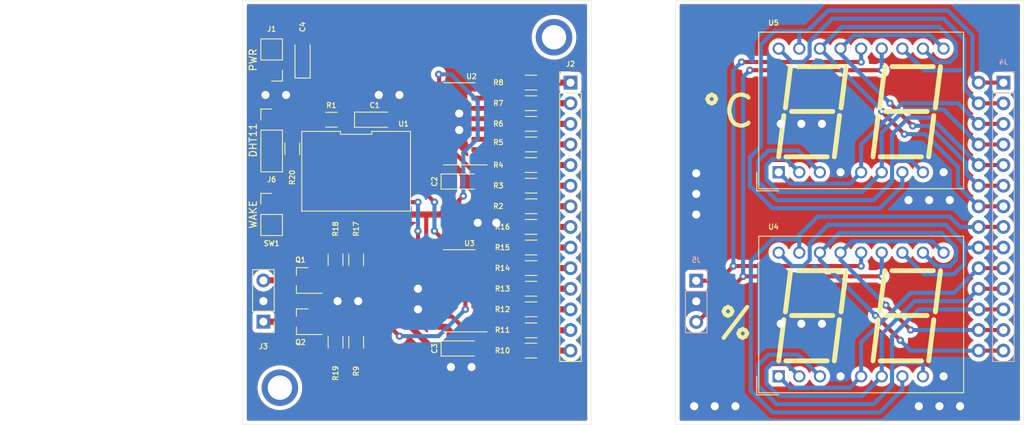
<source format=kicad_pcb>
(kicad_pcb (version 20211014) (generator pcbnew)
  (layers (0 "F.Cu" signal "Front") (31 "B.Cu" signal "Back") (34 "B.Paste" user) (35 "F.Paste" user) (36 "B.SilkS" user "B.Silkscreen") (37 "F.SilkS" user "F.Silkscreen") (38 "B.Mask" user) (39 "F.Mask" user) (44 "Edge.Cuts" user))
  (net 0 "")
  (net 1 "GND")
  (net 2 "VCC")
  (net 3 "Net-(R1-Pad2)")
  (net 4 "Net-(R2-Pad2)")
  (net 5 "Net-(R3-Pad2)")
  (net 6 "Net-(R4-Pad2)")
  (net 7 "Net-(R5-Pad2)")
  (net 8 "Net-(R6-Pad2)")
  (net 9 "Net-(R7-Pad2)")
  (net 10 "Net-(R8-Pad2)")
  (net 11 "Net-(R9-Pad2)")
  (net 12 "Net-(R10-Pad2)")
  (net 13 "Net-(R11-Pad2)")
  (net 14 "Net-(R12-Pad2)")
  (net 15 "Net-(R13-Pad2)")
  (net 16 "Net-(R14-Pad2)")
  (net 17 "Net-(R15-Pad2)")
  (net 18 "Net-(R16-Pad2)")
  (net 19 "Net-(R17-Pad2)")
  (net 20 "Net-(SW1-Pad1)")
  (net 21 "/SRCLK")
  (net 22 "/DATA")
  (net 23 "/RCLK")
  (net 24 "Net-(U2-Pad9)")
  (net 25 "Net-(J3-Pad3)")
  (net 26 "Net-(J3-Pad1)")
  (net 27 "Net-(J6-Pad3)")
  (net 28 "G_hum")
  (net 29 "F_hum")
  (net 30 "E_hum")
  (net 31 "D_hum")
  (net 32 "C_hum")
  (net 33 "B_hum")
  (net 34 "A_hum")
  (net 35 "G_tmp")
  (net 36 "F_tmp")
  (net 37 "E_tmp")
  (net 38 "D_tmp")
  (net 39 "C_tmp")
  (net 40 "B_tmp")
  (net 41 "A_tmp")
  (net 42 "G_hum_sh")
  (net 43 "F_hum_sh")
  (net 44 "E_hum_sh")
  (net 45 "D_hum_sh")
  (net 46 "C_hum_sh")
  (net 47 "B_hum_sh")
  (net 48 "A_hum_sh")
  (net 49 "G_tmp_sh")
  (net 50 "F_tmp_sh")
  (net 51 "E_tmp_sh")
  (net 52 "D_tmp_sh")
  (net 53 "C_tmp_sh")
  (net 54 "B_tmp_sh")
  (net 55 "A_tmp_sh")
  (net 56 "TENS")
  (net 57 "ONES")
  (net 58 "Q_ONES")
  (net 59 "Q_TENS")
  (footprint "Resistor_SMD:R_1206_3216Metric_Pad1.30x1.75mm_HandSolder" (layer "F.Cu") (at 80.092 53.036 180)
    (fp_text reference "R2")
    (fp_text value "270")
  )
  (footprint "Resistor_SMD:R_1206_3216Metric_Pad1.30x1.75mm_HandSolder" (layer "F.Cu") (at 80.092 50.496 180)
    (fp_text reference "R3")
    (fp_text value "270")
  )
  (footprint "Resistor_SMD:R_1206_3216Metric_Pad1.30x1.75mm_HandSolder" (layer "F.Cu") (at 80.092 45.416 180)
    (fp_text reference "R5")
    (fp_text value "270")
  )
  (footprint "Resistor_SMD:R_1206_3216Metric_Pad1.30x1.75mm_HandSolder" (layer "F.Cu") (at 80.092 42.876 180)
    (fp_text reference "R6")
    (fp_text value "270")
  )
  (footprint "Resistor_SMD:R_1206_3216Metric_Pad1.30x1.75mm_HandSolder" (layer "F.Cu") (at 80.073 40.336 180)
    (fp_text reference "R7")
    (fp_text value "270")
  )
  (footprint "Resistor_SMD:R_1206_3216Metric_Pad1.30x1.75mm_HandSolder" (layer "F.Cu") (at 80.073 37.796 180)
    (fp_text reference "R8")
    (fp_text value "270")
  )
  (footprint "Resistor_SMD:R_1206_3216Metric_Pad1.30x1.75mm_HandSolder" (layer "F.Cu") (at 58.528 69.8 -90)
    (fp_text reference "R9")
    (fp_text value "270")
  )
  (footprint "Resistor_SMD:R_1206_3216Metric_Pad1.30x1.75mm_HandSolder" (layer "F.Cu") (at 80.073 70.816 180)
    (fp_text reference "R10")
    (fp_text value "270")
  )
  (footprint "Resistor_SMD:R_1206_3216Metric_Pad1.30x1.75mm_HandSolder" (layer "F.Cu") (at 80.092 68.326 180)
    (fp_text reference "R11")
    (fp_text value "270")
  )
  (footprint "Resistor_SMD:R_1206_3216Metric_Pad1.30x1.75mm_HandSolder" (layer "F.Cu") (at 80.092 65.736 180)
    (fp_text reference "R12")
    (fp_text value "270")
  )
  (footprint "Resistor_SMD:R_1206_3216Metric_Pad1.30x1.75mm_HandSolder" (layer "F.Cu") (at 80.092 63.196 180)
    (fp_text reference "R13")
    (fp_text value "270")
  )
  (footprint "Resistor_SMD:R_1206_3216Metric_Pad1.30x1.75mm_HandSolder" (layer "F.Cu") (at 80.092 60.656 180)
    (fp_text reference "R14")
    (fp_text value "270")
  )
  (footprint "Resistor_SMD:R_1206_3216Metric_Pad1.30x1.75mm_HandSolder" (layer "F.Cu") (at 80.092 58.116 180)
    (fp_text reference "R15")
    (fp_text value "270")
  )
  (footprint "Resistor_SMD:R_1206_3216Metric_Pad1.30x1.75mm_HandSolder" (layer "F.Cu") (at 80.073 55.576 180)
    (fp_text reference "R16")
    (fp_text value "270")
  )
  (footprint "Resistor_SMD:R_1206_3216Metric_Pad1.30x1.75mm_HandSolder" (layer "F.Cu") (at 58.528 59.64 90)
    (fp_text reference "R17")
    (fp_text value "270")
  )
  (footprint "Package_SO:SOIC-16_3.9x9.9mm_P1.27mm" (layer "F.Cu") (at 71.228 42.876 180)
    (fp_text reference "U2")
    (fp_text value "74HC595")
  )
  (footprint "Package_SO:SOIC-16_3.9x9.9mm_P1.27mm" (layer "F.Cu") (at 71.228 63.45 180)
    (fp_text reference "U3")
    (fp_text value "74HC595")
  )
  (footprint "Custom:HDSP-523Y" (layer "F.Cu") (at 110.598 65.736)
    (fp_text reference "U4")
    (fp_text value "HDSP-523Y")
  )
  (footprint "Resistor_SMD:R_1206_3216Metric_Pad1.30x1.75mm_HandSolder" (layer "F.Cu") (at 80.073 47.956 180)
    (fp_text reference "R4")
    (fp_text value "270")
  )
  (footprint "Connector_PinHeader_2.54mm:PinHeader_1x02_P2.54mm_Vertical" (layer "F.Cu") (at 48.114 36.277 180)
    (fp_text reference "J1")
    (fp_text value "POWER")
  )
  (footprint "Resistor_SMD:R_1206_3216Metric_Pad1.30x1.75mm_HandSolder" (layer "F.Cu") (at 55.48 42.368 180)
    (fp_text reference "R1")
    (fp_text value "10k")
  )
  (footprint "Connector_PinHeader_2.54mm:PinHeader_1x02_P2.54mm_Vertical" (layer "F.Cu") (at 48.114 52.777)
    (fp_text reference "SW1")
    (fp_text value "WAKE UP")
  )
  (footprint "Connector_PinHeader_2.54mm:PinHeader_1x14_P2.54mm_Vertical" (layer "F.Cu") (at 84.944001 37.805995)
    (fp_text reference "J2")
    (fp_text value "7-seg F")
  )
  (footprint "Connector_PinHeader_2.54mm:PinHeader_1x03_P2.54mm_Vertical" (layer "F.Cu") (at 48.114 42.383)
    (fp_text reference "J6")
    (fp_text value "DHT11")
  )
  (footprint "Package_TO_SOT_SMD:SOT-23_Handsoldering" (layer "F.Cu") (at 51.924 62.18 180)
    (fp_text reference "Q1")
    (fp_text value "NPN_CBE")
  )
  (footprint "Resistor_SMD:R_1206_3216Metric_Pad1.30x1.75mm_HandSolder" (layer "F.Cu") (at 55.988 69.8 90)
    (fp_text reference "R19")
    (fp_text value "10k")
  )
  (footprint "Connector_PinHeader_2.54mm:PinHeader_1x03_P2.54mm_Vertical" (layer "F.Cu") (at 47.098001 67.259987 180)
    (fp_text reference "J3")
    (fp_text value "NPNs Socket")
  )
  (footprint "Resistor_SMD:R_1206_3216Metric_Pad1.30x1.75mm_HandSolder" (layer "F.Cu") (at 55.988 59.64 -90)
    (fp_text reference "R18")
    (fp_text value "10k")
  )
  (footprint "Package_TO_SOT_SMD:SOT-23_Handsoldering" (layer "F.Cu") (at 51.924 67.26 180)
    (fp_text reference "Q2")
    (fp_text value "NPN_CBE")
  )
  (footprint "Custom:HDSP-523Y" (layer "F.Cu") (at 110.598 40.59)
    (fp_text reference "U5")
    (fp_text value "HDSP-523Y")
  )
  (footprint "Resistor_SMD:R_1206_3216Metric_Pad1.30x1.75mm_HandSolder" (layer "F.Cu") (at 50.654 45.95 90)
    (fp_text reference "R20")
    (fp_text value "10k")
  )
  (footprint "Capacitor_Tantalum_SMD:CP_EIA-3216-18_Kemet-A_Pad1.58x1.35mm_HandSolder" (layer "F.Cu") (at 51.924 34.748 90)
    (fp_text reference "C4")
    (fp_text value "4.7u")
  )
  (footprint "Capacitor_Tantalum_SMD:CP_EIA-3216-18_Kemet-A_Pad1.58x1.35mm_HandSolder" (layer "F.Cu") (at 71.482 49.988)
    (fp_text reference "C2")
    (fp_text value "100n")
  )
  (footprint "Capacitor_Tantalum_SMD:CP_EIA-3216-18_Kemet-A_Pad1.58x1.35mm_HandSolder" (layer "F.Cu") (at 71.482 70.562)
    (fp_text reference "C3")
    (fp_text value "100n")
  )
  (footprint "Capacitor_Tantalum_SMD:CP_EIA-3216-18_Kemet-A_Pad1.58x1.35mm_HandSolder" (layer "F.Cu") (at 60.814 42.368)
    (fp_text reference "C1")
    (fp_text value "100n")
  )
  (footprint "Custom:FakeSMD_DIP-8" (layer "F.Cu") (at 58.528 48.718 -90)
    (fp_text reference "U1")
    (fp_text value "ATtiny45V-10P")
  )
  (footprint "Connector_PinHeader_2.54mm:PinHeader_1x14_P2.54mm_Vertical" (layer "B.Cu") (at 138.284001 37.805995 180)
    (fp_text reference "J4")
    (fp_text value "7-seg M")
  )
  (footprint "Connector_PinHeader_2.54mm:PinHeader_1x03_P2.54mm_Vertical" (layer "B.Cu") (at 100.438001 62.21001 180)
    (fp_text reference "J5")
    (fp_text value "NPNs Pin")
  )
  (gr_line (start 44.558 79.96) (end 44.558 27.636) (layer "Edge.Cuts") (width 0.0381))
  (gr_line (start 140.824 27.636) (end 140.824 79.96) (layer "Edge.Cuts") (width 0.0381))
  (gr_line (start 97.898 27.636) (end 140.824 27.636) (layer "Edge.Cuts") (width 0.0381))
  (gr_line (start 97.898 79.96) (end 97.898 27.636) (layer "Edge.Cuts") (width 0.0381))
  (gr_line (start 140.824 79.96) (end 97.898 79.96) (layer "Edge.Cuts") (width 0.0381))
  (gr_line (start 87.5 79.96) (end 44.558 79.96) (layer "Edge.Cuts") (width 0.0381))
  (gr_line (start 87.484 27.636) (end 87.5 79.96) (layer "Edge.Cuts") (width 0.0381))
  (gr_line (start 44.558 27.636) (end 87.484 27.636) (layer "Edge.Cuts") (width 0.0381))
  (gr_text "°C" (at 104.248 41.352) (layer "F.SilkS") (effects (font (size 3.81 3.81) (thickness 0.508))))
  (gr_text "%" (at 105.264 67.514) (layer "F.SilkS") (effects (font (size 3.81 3.81) (thickness 0.508))))
  (gr_text "WAKE" (at 45.828001 54.047009 90) (layer "F.SilkS") (effects (font (size 0.889 0.889) (thickness 0.1397))))
  (gr_text "PWR" (at 45.828001 35.001987 90) (layer "F.SilkS") (effects (font (size 0.889 0.889) (thickness 0.1397))))
  (gr_text "DHT11" (at 45.828001 44.907987 90) (layer "F.SilkS") (effects (font (size 0.889 0.889) (thickness 0.1397))))
  (via (at 49.13 75.388) (size 4.500001) (drill 2.999999) (layers "F.Cu" "B.Cu") (net 0))
  (via (at 82.912 32.208) (size 4.500001) (drill 2.999999) (layers "F.Cu" "B.Cu") (net 0))
  (via (at 113.392 67.514) (size 1.7) (drill 1) (layers "F.Cu" "B.Cu") (net 1))
  (via (at 110.852 67.514) (size 1.7) (drill 1) (layers "F.Cu" "B.Cu") (net 1))
  (via (at 115.932 67.514) (size 1.7) (drill 1) (layers "F.Cu" "B.Cu") (net 1))
  (via (at 75.8 55.068) (size 1.7) (drill 1) (layers "F.Cu" "B.Cu") (net 1))
  (via (at 129.14 52.274) (size 1.7) (drill 1) (layers "F.Cu" "B.Cu") (net 1))
  (via (at 66.148 63.196) (size 1.7) (drill 1) (layers "F.Cu" "B.Cu") (net 1))
  (via (at 100.438 48.972) (size 1.7) (drill 1) (layers "F.Cu" "B.Cu") (net 1))
  (via (at 73.514 55.068) (size 1.7) (drill 1) (layers "F.Cu" "B.Cu") (net 1))
  (via (at 100.184 77.674) (size 1.7) (drill 1) (layers "F.Cu" "B.Cu") (net 1))
  (via (at 63.862 39.32) (size 1.7) (drill 1) (layers "F.Cu" "B.Cu") (net 1))
  (via (at 58.782 64.72) (size 1.7) (drill 1) (layers "F.Cu" "B.Cu") (net 1))
  (via (at 66.148 65.736) (size 1.7) (drill 1) (layers "F.Cu" "B.Cu") (net 1))
  (via (at 132.95 77.674) (size 1.7) (drill 1) (layers "F.Cu" "B.Cu") (net 1))
  (via (at 102.724 77.674) (size 1.7) (drill 1) (layers "F.Cu" "B.Cu") (net 1))
  (via (at 100.438 54.052) (size 1.7) (drill 1) (layers "F.Cu" "B.Cu") (net 1))
  (via (at 113.392 42.876) (size 1.7) (drill 1) (layers "F.Cu" "B.Cu") (net 1))
  (via (at 70.212 72.848) (size 1.7) (drill 1) (layers "F.Cu" "B.Cu") (net 1))
  (via (at 49.892 39.32) (size 1.7) (drill 1) (layers "F.Cu" "B.Cu") (net 1))
  (via (at 131.68 52.274) (size 1.7) (drill 1) (layers "F.Cu" "B.Cu") (net 1))
  (via (at 47.352 39.32) (size 1.7) (drill 1) (layers "F.Cu" "B.Cu") (net 1))
  (via (at 56.242 64.72) (size 1.7) (drill 1) (layers "F.Cu" "B.Cu") (net 1))
  (via (at 126.6 52.274) (size 1.7) (drill 1) (layers "F.Cu" "B.Cu") (net 1))
  (via (at 71.228 43.638) (size 1.7) (drill 1) (layers "F.Cu" "B.Cu") (net 1))
  (via (at 71.228 41.606) (size 1.7) (drill 1) (layers "F.Cu" "B.Cu") (net 1))
  (via (at 61.322 39.32) (size 1.7) (drill 1) (layers "F.Cu" "B.Cu") (net 1))
  (via (at 115.932 42.876) (size 1.7) (drill 1) (layers "F.Cu" "B.Cu") (net 1))
  (via (at 110.852 42.876) (size 1.7) (drill 1) (layers "F.Cu" "B.Cu") (net 1))
  (via (at 100.438 51.512) (size 1.7) (drill 1) (layers "F.Cu" "B.Cu") (net 1))
  (via (at 72.752 72.848) (size 1.7) (drill 1) (layers "F.Cu" "B.Cu") (net 1))
  (via (at 127.87 77.674) (size 1.7) (drill 1) (layers "F.Cu" "B.Cu") (net 1))
  (via (at 130.41 77.674) (size 1.7) (drill 1) (layers "F.Cu" "B.Cu") (net 1))
  (via (at 105.264 77.674) (size 1.7) (drill 1) (layers "F.Cu" "B.Cu") (net 1))
  (segment (start 67.545 60.275) (end 67.164 59.894) (width 0.508) (layer "F.Cu") (net 2))
  (segment (start 55.252 40.59) (end 57.03 42.368) (width 0.762) (layer "F.Cu") (net 2))
  (segment (start 70.0445 52.9495) (end 70.0445 47.7885) (width 0.762) (layer "F.Cu") (net 2))
  (segment (start 66.529 39.701) (end 64.624 41.606) (width 0.508) (layer "F.Cu") (net 2))
  (segment (start 63.862 54.052) (end 63.862 66.498) (width 0.762) (layer "F.Cu") (net 2))
  (segment (start 64.624 41.606) (end 64.624 42.876) (width 0.508) (layer "F.Cu") (net 2))
  (segment (start 52.686 40.59) (end 55.252 40.59) (width 0.762) (layer "F.Cu") (net 2))
  (segment (start 59.3765 42.368) (end 59.3765 52.1065) (width 0.762) (layer "F.Cu") (net 2))
  (segment (start 69.577 47.321) (end 68.753 47.321) (width 0.762) (layer "F.Cu") (net 2))
  (segment (start 63.528 43.972) (end 63.528 44.908) (width 0.508) (layer "F.Cu") (net 2))
  (segment (start 59.3765 52.1065) (end 61.322 54.052) (width 0.762) (layer "F.Cu") (net 2))
  (segment (start 67.926 70.562) (end 70.0445 70.562) (width 0.762) (layer "F.Cu") (net 2))
  (segment (start 61.322 54.052) (end 68.942 54.052) (width 0.762) (layer "F.Cu") (net 2))
  (segment (start 68.753 39.701) (end 66.529 39.701) (width 0.508) (layer "F.Cu") (net 2))
  (segment (start 70.0445 68.3625) (end 69.577 67.895) (width 0.762) (layer "F.Cu") (net 2))
  (segment (start 48.622001 44.907987) (end 49.129988 44.4) (width 0.762) (layer "F.Cu") (net 2))
  (segment (start 59.3765 40.4225) (end 59.3765 42.368) (width 0.762) (layer "F.Cu") (net 2))
  (segment (start 70.0445 47.7885) (end 69.577 47.321) (width 0.762) (layer "F.Cu") (net 2))
  (segment (start 70.0445 70.562) (end 70.0445 68.3625) (width 0.762) (layer "F.Cu") (net 2))
  (segment (start 63.862 66.498) (end 67.926 70.562) (width 0.762) (layer "F.Cu") (net 2))
  (segment (start 50.4 42.876) (end 52.686 40.59) (width 0.762) (layer "F.Cu") (net 2))
  (segment (start 69.577 67.895) (end 68.753 67.895) (width 0.762) (layer "F.Cu") (net 2))
  (segment (start 59.544 44.908) (end 63.528 44.908) (width 0.762) (layer "F.Cu") (net 2))
  (segment (start 50.4 44.4) (end 50.4 42.876) (width 0.762) (layer "F.Cu") (net 2))
  (segment (start 48.114 36.277) (end 51.7615 36.277) (width 1.27) (layer "F.Cu") (net 2))
  (segment (start 68.753 60.275) (end 67.545 60.275) (width 0.508) (layer "F.Cu") (net 2))
  (segment (start 67.164 59.894) (end 67.164 54.052) (width 0.508) (layer "F.Cu") (net 2))
  (segment (start 57.03 42.368) (end 59.3765 42.368) (width 0.762) (layer "F.Cu") (net 2))
  (segment (start 55.1395 36.1855) (end 59.3765 40.4225) (width 0.762) (layer "F.Cu") (net 2))
  (segment (start 68.942 54.052) (end 70.0445 52.9495) (width 0.762) (layer "F.Cu") (net 2))
  (segment (start 49.129988 44.4) (end 50.4 44.4) (width 0.762) (layer "F.Cu") (net 2))
  (segment (start 64.624 42.876) (end 63.528 43.972) (width 0.508) (layer "F.Cu") (net 2))
  (segment (start 51.924 36.1855) (end 55.1395 36.1855) (width 0.762) (layer "F.Cu") (net 2))
  (segment (start 53.93 44.506) (end 53.528 44.908) (width 0.762) (layer "F.Cu") (net 3))
  (segment (start 53.93 42.368) (end 53.93 44.506) (width 0.762) (layer "F.Cu") (net 3))
  (segment (start 74.022 48.464) (end 78.542 52.984) (width 0.508) (layer "F.Cu") (net 4))
  (segment (start 78.542 52.984) (end 78.542 53.036) (width 0.508) (layer "F.Cu") (net 4))
  (segment (start 70.263989 46.051) (end 72.676989 48.464) (width 0.508) (layer "F.Cu") (net 4))
  (segment (start 68.753 46.051) (end 70.263989 46.051) (width 0.508) (layer "F.Cu") (net 4))
  (segment (start 72.676989 48.464) (end 74.022 48.464) (width 0.508) (layer "F.Cu") (net 4))
  (segment (start 74.911 47.321) (end 78.086 50.496) (width 0.508) (layer "F.Cu") (net 5))
  (segment (start 78.086 50.496) (end 78.542 50.496) (width 0.508) (layer "F.Cu") (net 5))
  (segment (start 73.703 47.321) (end 74.911 47.321) (width 0.508) (layer "F.Cu") (net 5))
  (segment (start 77.324 47.956) (end 78.523 47.956) (width 0.508) (layer "F.Cu") (net 6))
  (segment (start 73.703 46.051) (end 75.419 46.051) (width 0.508) (layer "F.Cu") (net 6))
  (segment (start 75.419 46.051) (end 77.324 47.956) (width 0.508) (layer "F.Cu") (net 6))
  (segment (start 77.324 45.416) (end 78.542 45.416) (width 0.508) (layer "F.Cu") (net 7))
  (segment (start 76.689 44.781) (end 77.324 45.416) (width 0.508) (layer "F.Cu") (net 7))
  (segment (start 73.703 44.781) (end 76.689 44.781) (width 0.508) (layer "F.Cu") (net 7))
  (segment (start 73.703 43.511) (end 76.689 43.511) (width 0.508) (layer "F.Cu") (net 8))
  (segment (start 76.689 43.511) (end 77.324 42.876) (width 0.508) (layer "F.Cu") (net 8))
  (segment (start 77.324 42.876) (end 78.542 42.876) (width 0.508) (layer "F.Cu") (net 8))
  (segment (start 73.703 42.241) (end 75.292 42.241) (width 0.508) (layer "F.Cu") (net 9))
  (segment (start 77.197 40.336) (end 78.523 40.336) (width 0.508) (layer "F.Cu") (net 9))
  (segment (start 75.292 42.241) (end 77.197 40.336) (width 0.508) (layer "F.Cu") (net 9))
  (segment (start 77.324 37.796) (end 78.523 37.796) (width 0.508) (layer "F.Cu") (net 10))
  (segment (start 75.165 40.971) (end 76.816 39.32) (width 0.508) (layer "F.Cu") (net 10))
  (segment (start 76.816 38.304) (end 77.324 37.796) (width 0.508) (layer "F.Cu") (net 10))
  (segment (start 73.703 40.971) (end 75.165 40.971) (width 0.508) (layer "F.Cu") (net 10))
  (segment (start 76.816 39.32) (end 76.816 38.304) (width 0.508) (layer "F.Cu") (net 10))
  (segment (start 77.832 74.626) (end 61.83 74.626) (width 0.508) (layer "F.Cu") (net 11))
  (segment (start 75.8 37.542) (end 77.324 36.018) (width 0.508) (layer "F.Cu") (net 11))
  (segment (start 80.118 36.78) (end 80.118 72.34) (width 0.508) (layer "F.Cu") (net 11))
  (segment (start 77.324 36.018) (end 79.356 36.018) (width 0.508) (layer "F.Cu") (net 11))
  (segment (start 79.356 36.018) (end 80.118 36.78) (width 0.508) (layer "F.Cu") (net 11))
  (segment (start 73.703 39.701) (end 74.911 39.701) (width 0.508) (layer "F.Cu") (net 11))
  (segment (start 75.8 38.812) (end 75.8 37.542) (width 0.508) (layer "F.Cu") (net 11))
  (segment (start 61.83 74.626) (end 58.554 71.35) (width 0.508) (layer "F.Cu") (net 11))
  (segment (start 74.911 39.701) (end 75.8 38.812) (width 0.508) (layer "F.Cu") (net 11))
  (segment (start 58.554 71.35) (end 58.528 71.35) (width 0.508) (layer "F.Cu") (net 11))
  (segment (start 80.118 72.34) (end 77.832 74.626) (width 0.508) (layer "F.Cu") (net 11))
  (segment (start 68.753 66.625) (end 70.339 66.625) (width 0.508) (layer "F.Cu") (net 12))
  (segment (start 72.752 69.038) (end 75.546 69.038) (width 0.508) (layer "F.Cu") (net 12))
  (segment (start 70.339 66.625) (end 72.752 69.038) (width 0.508) (layer "F.Cu") (net 12))
  (segment (start 75.546 69.038) (end 77.324 70.816) (width 0.508) (layer "F.Cu") (net 12))
  (segment (start 77.324 70.816) (end 78.523 70.816) (width 0.508) (layer "F.Cu") (net 12))
  (segment (start 77.324 68.326) (end 78.542 68.326) (width 0.508) (layer "F.Cu") (net 13))
  (segment (start 73.703 67.895) (end 76.893 67.895) (width 0.508) (layer "F.Cu") (net 13))
  (segment (start 76.893 67.895) (end 77.324 68.326) (width 0.508) (layer "F.Cu") (net 13))
  (segment (start 73.703 66.625) (end 76.435 66.625) (width 0.508) (layer "F.Cu") (net 14))
  (segment (start 77.324 65.736) (end 78.542 65.736) (width 0.508) (layer "F.Cu") (net 14))
  (segment (start 76.435 66.625) (end 77.324 65.736) (width 0.508) (layer "F.Cu") (net 14))
  (segment (start 73.703 65.355) (end 75.165 65.355) (width 0.508) (layer "F.Cu") (net 15))
  (segment (start 77.324 63.196) (end 78.542 63.196) (width 0.508) (layer "F.Cu") (net 15))
  (segment (start 75.165 65.355) (end 77.324 63.196) (width 0.508) (layer "F.Cu") (net 15))
  (segment (start 75.038 64.085) (end 78.467 60.656) (width 0.508) (layer "F.Cu") (net 16))
  (segment (start 73.703 64.085) (end 75.038 64.085) (width 0.508) (layer "F.Cu") (net 16))
  (segment (start 78.467 60.656) (end 78.542 60.656) (width 0.508) (layer "F.Cu") (net 16))
  (segment (start 76.562 61.164) (end 76.562 58.878) (width 0.508) (layer "F.Cu") (net 17))
  (segment (start 74.911 62.815) (end 76.562 61.164) (width 0.508) (layer "F.Cu") (net 17))
  (segment (start 77.324 58.116) (end 78.542 58.116) (width 0.508) (layer "F.Cu") (net 17))
  (segment (start 73.703 62.815) (end 74.911 62.815) (width 0.508) (layer "F.Cu") (net 17))
  (segment (start 76.562 58.878) (end 77.324 58.116) (width 0.508) (layer "F.Cu") (net 17))
  (segment (start 74.911 61.545) (end 75.546 60.91) (width 0.508) (layer "F.Cu") (net 18))
  (segment (start 75.546 60.91) (end 75.546 58.553) (width 0.508) (layer "F.Cu") (net 18))
  (segment (start 73.703 61.545) (end 74.911 61.545) (width 0.508) (layer "F.Cu") (net 18))
  (segment (start 75.546 58.553) (end 78.523 55.576) (width 0.508) (layer "F.Cu") (net 18))
  (segment (start 71.98952 61.353607) (end 73.068127 60.275) (width 0.508) (layer "F.Cu") (net 19))
  (segment (start 71.98952 65.73552) (end 71.98952 61.353607) (width 0.508) (layer "F.Cu") (net 19))
  (segment (start 62.592 67.768) (end 62.592 59.386) (width 0.508) (layer "F.Cu") (net 19))
  (segment (start 73.068127 60.275) (end 73.703 60.275) (width 0.508) (layer "F.Cu") (net 19))
  (segment (start 61.296 58.09) (end 58.528 58.09) (width 0.508) (layer "F.Cu") (net 19))
  (segment (start 71.99 65.736) (end 71.98952 65.73552) (width 0.508) (layer "F.Cu") (net 19))
  (segment (start 62.592 59.386) (end 61.296 58.09) (width 0.508) (layer "F.Cu") (net 19))
  (segment (start 63.862 69.038) (end 62.592 67.768) (width 0.508) (layer "F.Cu") (net 19))
  (via (at 63.862 69.038) (size 0.9) (drill 0.4) (layers "F.Cu" "B.Cu") (net 19))
  (via (at 71.99 65.736) (size 0.9) (drill 0.4) (layers "F.Cu" "B.Cu") (net 19))
  (segment (start 71.99 65.736) (end 71.980967 65.736) (width 0.508) (layer "B.Cu") (net 19))
  (segment (start 71.980967 65.736) (end 68.678967 69.038) (width 0.508) (layer "B.Cu") (net 19))
  (segment (start 68.678967 69.038) (end 63.862 69.038) (width 0.508) (layer "B.Cu") (net 19))
  (segment (start 48.876 49.988) (end 53.528 49.988) (width 0.762) (layer "F.Cu") (net 20))
  (segment (start 47.86 51.004) (end 48.876 49.988) (width 0.762) (layer "F.Cu") (net 20))
  (segment (start 47.86 52.777) (end 47.86 51.004) (width 0.762) (layer "F.Cu") (net 20))
  (segment (start 67.291 61.545) (end 68.753 61.545) (width 0.508) (layer "F.Cu") (net 21))
  (segment (start 65.132 46.178) (end 65.64 45.67) (width 0.508) (layer "F.Cu") (net 21))
  (segment (start 60.56 46.94) (end 61.322 46.178) (width 0.508) (layer "F.Cu") (net 21))
  (segment (start 65.64 45.67) (end 65.64 42.114) (width 0.508) (layer "F.Cu") (net 21))
  (segment (start 63.528 52.528) (end 61.576 52.528) (width 0.508) (layer "F.Cu") (net 21))
  (segment (start 60.56 51.512) (end 60.56 46.94) (width 0.508) (layer "F.Cu") (net 21))
  (segment (start 66.783 40.971) (end 68.753 40.971) (width 0.508) (layer "F.Cu") (net 21))
  (segment (start 61.576 52.528) (end 60.56 51.512) (width 0.508) (layer "F.Cu") (net 21))
  (segment (start 66.148 56.084) (end 66.148 60.402) (width 0.508) (layer "F.Cu") (net 21))
  (segment (start 66.148 52.528) (end 63.528 52.528) (width 0.508) (layer "F.Cu") (net 21))
  (segment (start 61.322 46.178) (end 65.132 46.178) (width 0.508) (layer "F.Cu") (net 21))
  (segment (start 65.64 42.114) (end 66.783 40.971) (width 0.508) (layer "F.Cu") (net 21))
  (segment (start 66.148 60.402) (end 67.291 61.545) (width 0.508) (layer "F.Cu") (net 21))
  (via (at 66.148 52.528) (size 0.9) (drill 0.4) (layers "F.Cu" "B.Cu") (net 21))
  (via (at 66.148 56.084) (size 0.9) (drill 0.4) (layers "F.Cu" "B.Cu") (net 21))
  (segment (start 66.148 56.084) (end 66.148 52.528) (width 0.508) (layer "B.Cu") (net 21))
  (segment (start 65.386 49.988) (end 67.16304 48.21096) (width 0.508) (layer "F.Cu") (net 22))
  (segment (start 67.16304 48.21096) (end 67.16304 45.41696) (width 0.508) (layer "F.Cu") (net 22))
  (segment (start 67.799 44.781) (end 68.753 44.781) (width 0.508) (layer "F.Cu") (net 22))
  (segment (start 67.16304 45.41696) (end 67.799 44.781) (width 0.508) (layer "F.Cu") (net 22))
  (segment (start 63.528 49.988) (end 65.386 49.988) (width 0.508) (layer "F.Cu") (net 22))
  (segment (start 61.322 47.956) (end 61.83 47.448) (width 0.508) (layer "F.Cu") (net 23))
  (segment (start 66.91 51.258) (end 61.83 51.258) (width 0.508) (layer "F.Cu") (net 23))
  (segment (start 68.18 52.528) (end 66.91 51.258) (width 0.508) (layer "F.Cu") (net 23))
  (segment (start 70.085 62.815) (end 68.753 62.815) (width 0.508) (layer "F.Cu") (net 23))
  (segment (start 68.18 56.084) (end 70.466 58.37) (width 0.508) (layer "F.Cu") (net 23))
  (segment (start 66.401519 46.432481) (end 65.386 47.448) (width 0.508) (layer "F.Cu") (net 23))
  (segment (start 61.83 51.258) (end 61.322 50.75) (width 0.508) (layer "F.Cu") (net 23))
  (segment (start 65.386 47.448) (end 63.528 47.448) (width 0.508) (layer "F.Cu") (net 23))
  (segment (start 70.466 58.37) (end 70.466 62.434) (width 0.508) (layer "F.Cu") (net 23))
  (segment (start 66.401519 43.130481) (end 66.401519 46.432481) (width 0.508) (layer "F.Cu") (net 23))
  (segment (start 67.291 42.241) (end 66.401519 43.130481) (width 0.508) (layer "F.Cu") (net 23))
  (segment (start 68.753 42.241) (end 67.291 42.241) (width 0.508) (layer "F.Cu") (net 23))
  (segment (start 61.83 47.448) (end 63.528 47.448) (width 0.508) (layer "F.Cu") (net 23))
  (segment (start 61.322 50.75) (end 61.322 47.956) (width 0.508) (layer "F.Cu") (net 23))
  (segment (start 70.466 62.434) (end 70.085 62.815) (width 0.508) (layer "F.Cu") (net 23))
  (via (at 68.18 52.528) (size 0.9) (drill 0.4) (layers "F.Cu" "B.Cu") (net 23))
  (via (at 68.18 56.084) (size 0.9) (drill 0.4) (layers "F.Cu" "B.Cu") (net 23))
  (segment (start 68.18 52.528) (end 68.18 56.084) (width 0.508) (layer "B.Cu") (net 23))
  (segment (start 68.688 36.78) (end 68.753 36.845) (width 0.508) (layer "F.Cu") (net 24))
  (segment (start 71.228 52.274) (end 71.228 64.212) (width 0.508) (layer "F.Cu") (net 24))
  (segment (start 68.753 36.845) (end 68.753 38.431) (width 0.508) (layer "F.Cu") (net 24))
  (segment (start 70.085 65.355) (end 68.753 65.355) (width 0.508) (layer "F.Cu") (net 24))
  (segment (start 71.736 51.766) (end 71.228 52.274) (width 0.508) (layer "F.Cu") (net 24))
  (segment (start 71.228 64.212) (end 70.085 65.355) (width 0.508) (layer "F.Cu") (net 24))
  (via (at 68.688 36.78) (size 0.9) (drill 0.4) (layers "F.Cu" "B.Cu") (net 24))
  (via (at 71.736 51.766) (size 0.9) (drill 0.4) (layers "F.Cu" "B.Cu") (net 24))
  (segment (start 70.212 36.78) (end 73.514 40.082) (width 0.508) (layer "B.Cu") (net 24))
  (segment (start 73.514 40.082) (end 73.514 44.654) (width 0.508) (layer "B.Cu") (net 24))
  (segment (start 71.736 46.432) (end 71.736 51.766) (width 0.508) (layer "B.Cu") (net 24))
  (segment (start 68.688 36.78) (end 70.212 36.78) (width 0.508) (layer "B.Cu") (net 24))
  (segment (start 73.514 44.654) (end 71.736 46.432) (width 0.508) (layer "B.Cu") (net 24))
  (segment (start 50.4 62.156) (end 47.121988 62.156) (width 0.762) (layer "F.Cu") (net 25))
  (segment (start 47.121988 62.156) (end 47.098001 62.179987) (width 0.635) (layer "F.Cu") (net 25))
  (segment (start 50.404987 67.259987) (end 47.098001 67.259987) (width 0.762) (layer "F.Cu") (net 26))
  (segment (start 48.622014 47.448) (end 48.622001 47.447987) (width 0.635) (layer "F.Cu") (net 27))
  (segment (start 53.528011 47.447987) (end 48.622026 47.447987) (width 0.762) (layer "F.Cu") (net 27))
  (segment (start 84.944 37.796) (end 81.623 37.796) (width 0.762) (layer "F.Cu") (net 28))
  (segment (start 84.944 40.336) (end 81.623 40.336) (width 0.762) (layer "F.Cu") (net 29))
  (segment (start 84.944 42.876) (end 81.642 42.876) (width 0.762) (layer "F.Cu") (net 30))
  (segment (start 84.944 45.416) (end 81.642 45.416) (width 0.762) (layer "F.Cu") (net 31))
  (segment (start 81.623 47.956) (end 84.944 47.956) (width 0.762) (layer "F.Cu") (net 32))
  (segment (start 84.944 50.496) (end 81.642 50.496) (width 0.762) (layer "F.Cu") (net 33))
  (segment (start 81.642 53.036) (end 84.944 53.036) (width 0.762) (layer "F.Cu") (net 34))
  (segment (start 84.944 55.576) (end 81.623 55.576) (width 0.762) (layer "F.Cu") (net 35))
  (segment (start 81.642 58.116) (end 84.944 58.116) (width 0.762) (layer "F.Cu") (net 36))
  (segment (start 84.944 60.656) (end 81.642 60.656) (width 0.762) (layer "F.Cu") (net 37))
  (segment (start 81.642 63.196) (end 84.944 63.196) (width 0.762) (layer "F.Cu") (net 38))
  (segment (start 84.944 65.736) (end 81.642 65.736) (width 0.762) (layer "F.Cu") (net 39))
  (segment (start 81.642 68.326) (end 84.894 68.326) (width 0.762) (layer "F.Cu") (net 40))
  (segment (start 84.894 68.326) (end 84.944 68.276) (width 0.762) (layer "F.Cu") (net 40))
  (segment (start 81.623 70.816) (end 84.934006 70.816) (width 0.762) (layer "F.Cu") (net 41))
  (segment (start 84.934006 70.816) (end 84.944001 70.825995) (width 0.762) (layer "F.Cu") (net 41))
  (segment (start 135.236 37.796) (end 138.274 37.796) (width 0.508) (layer "F.Cu") (net 42))
  (via (at 135.236 37.796) (size 1.7) (drill 1) (layers "F.Cu" "B.Cu") (net 42))
  (segment (start 107.04248 47.027358) (end 108.399501 45.670337) (width 0.508) (layer "B.Cu") (net 42))
  (segment (start 125.838 50.496) (end 123.044 53.29) (width 0.508) (layer "B.Cu") (net 42))
  (segment (start 108.399501 33.136499) (end 110.09 31.446) (width 0.508) (layer "B.Cu") (net 42))
  (segment (start 110.09 31.446) (end 113.138 31.446) (width 0.508) (layer "B.Cu") (net 42))
  (segment (start 109.836 53.29) (end 107.04248 50.49648) (width 0.508) (layer "B.Cu") (net 42))
  (segment (start 113.138 31.446) (end 113.138 33.605) (width 0.508) (layer "B.Cu") (net 42))
  (segment (start 116.694 28.906) (end 131.426 28.906) (width 0.508) (layer "B.Cu") (net 42))
  (segment (start 113.138 31.446) (end 114.154 31.446) (width 0.508) (layer "B.Cu") (net 42))
  (segment (start 134.474 31.954) (end 134.474 37.034) (width 0.508) (layer "B.Cu") (net 42))
  (segment (start 134.474 37.034) (end 135.236 37.796) (width 0.508) (layer "B.Cu") (net 42))
  (segment (start 114.154 31.446) (end 116.694 28.906) (width 0.508) (layer "B.Cu") (net 42))
  (segment (start 123.044 53.29) (end 109.836 53.29) (width 0.508) (layer "B.Cu") (net 42))
  (segment (start 107.04248 50.49648) (end 107.04248 47.027358) (width 0.508) (layer "B.Cu") (net 42))
  (segment (start 125.838 48.845) (end 125.838 50.496) (width 0.508) (layer "B.Cu") (net 42))
  (segment (start 131.426 28.906) (end 134.474 31.954) (width 0.508) (layer "B.Cu") (net 42))
  (segment (start 108.399501 45.670337) (end 108.399501 33.136499) (width 0.508) (layer "B.Cu") (net 42))
  (segment (start 135.236 40.346) (end 138.284 40.346) (width 0.508) (layer "F.Cu") (net 43))
  (via (at 135.236 40.346) (size 1.7) (drill 1) (layers "F.Cu" "B.Cu") (net 43))
  (segment (start 117.202 29.922) (end 114.408 32.716) (width 0.508) (layer "B.Cu") (net 43))
  (segment (start 114.408 32.716) (end 114.408 34.494) (width 0.508) (layer "B.Cu") (net 43))
  (segment (start 125.838 33.605) (end 128.505 36.272) (width 0.508) (layer "B.Cu") (net 43))
  (segment (start 114.408 34.494) (end 113.646 35.256) (width 0.508) (layer "B.Cu") (net 43))
  (segment (start 135.236 40.346) (end 133.458489 38.568489) (width 0.508) (layer "B.Cu") (net 43))
  (segment (start 112.249 35.256) (end 110.598 33.605) (width 0.508) (layer "B.Cu") (net 43))
  (segment (start 130.918 29.922) (end 117.202 29.922) (width 0.508) (layer "B.Cu") (net 43))
  (segment (start 128.505 36.272) (end 133.204 36.272) (width 0.508) (layer "B.Cu") (net 43))
  (segment (start 133.458489 32.462489) (end 130.918 29.922) (width 0.508) (layer "B.Cu") (net 43))
  (segment (start 133.458489 38.568489) (end 133.458489 32.462489) (width 0.508) (layer "B.Cu") (net 43))
  (segment (start 113.646 35.256) (end 112.249 35.256) (width 0.508) (layer "B.Cu") (net 43))
  (segment (start 135.231 42.881) (end 138.279 42.881) (width 0.508) (layer "F.Cu") (net 44))
  (via (at 135.231 42.881) (size 1.7) (drill 1) (layers "F.Cu" "B.Cu") (net 44))
  (segment (start 120.758 45.416) (end 125.838 40.336) (width 0.508) (layer "B.Cu") (net 44))
  (segment (start 125.838 40.336) (end 132.686 40.336) (width 0.508) (layer "B.Cu") (net 44))
  (segment (start 119.361023 50.241977) (end 111.994977 50.241977) (width 0.508) (layer "B.Cu") (net 44))
  (segment (start 111.994977 50.241977) (end 110.598 48.845) (width 0.508) (layer "B.Cu") (net 44))
  (segment (start 120.758 48.845) (end 119.361023 50.241977) (width 0.508) (layer "B.Cu") (net 44))
  (segment (start 120.758 48.845) (end 120.758 45.416) (width 0.508) (layer "B.Cu") (net 44))
  (segment (start 132.686 40.336) (end 135.231 42.881) (width 0.508) (layer "B.Cu") (net 44))
  (segment (start 135.236 45.426) (end 138.284 45.426) (width 0.508) (layer "F.Cu") (net 45))
  (via (at 135.236 45.426) (size 1.7) (drill 1) (layers "F.Cu" "B.Cu") (net 45))
  (segment (start 123.298 48.845) (end 123.298 43.952952) (width 0.508) (layer "B.Cu") (net 45))
  (segment (start 123.298 43.952952) (end 126.152952 41.098) (width 0.508) (layer "B.Cu") (net 45))
  (segment (start 130.908 41.098) (end 135.236 45.426) (width 0.508) (layer "B.Cu") (net 45))
  (segment (start 109.074 47.954598) (end 109.074 49.735402) (width 0.508) (layer "B.Cu") (net 45))
  (segment (start 111.487 47.194) (end 109.836 47.194) (width 0.508) (layer "B.Cu") (net 45))
  (segment (start 109.836 47.194) (end 109.443001 47.586999) (width 0.508) (layer "B.Cu") (net 45))
  (segment (start 113.138 48.845) (end 111.487 47.194) (width 0.508) (layer "B.Cu") (net 45))
  (segment (start 120.885 51.258) (end 123.298 48.845) (width 0.508) (layer "B.Cu") (net 45))
  (segment (start 109.441599 47.586999) (end 109.074 47.954598) (width 0.508) (layer "B.Cu") (net 45))
  (segment (start 109.074 49.735402) (end 110.596598 51.258) (width 0.508) (layer "B.Cu") (net 45))
  (segment (start 109.443001 47.586999) (end 109.441599 47.586999) (width 0.508) (layer "B.Cu") (net 45))
  (segment (start 126.152952 41.098) (end 130.908 41.098) (width 0.508) (layer "B.Cu") (net 45))
  (segment (start 110.596598 51.258) (end 120.885 51.258) (width 0.508) (layer "B.Cu") (net 45))
  (segment (start 135.236 47.956) (end 138.274 47.956) (width 0.508) (layer "F.Cu") (net 46))
  (via (at 135.236 47.956) (size 1.7) (drill 1) (layers "F.Cu" "B.Cu") (net 46))
  (segment (start 126.6 42.114) (end 124.568 44.146) (width 0.508) (layer "B.Cu") (net 46))
  (segment (start 108.058 49.988) (end 108.058 47.448) (width 0.508) (layer "B.Cu") (net 46))
  (segment (start 124.568 44.146) (end 124.568 49.988) (width 0.508) (layer "B.Cu") (net 46))
  (segment (start 124.568 49.988) (end 122.282 52.274) (width 0.508) (layer "B.Cu") (net 46))
  (segment (start 110.344 52.274) (end 108.058 49.988) (width 0.508) (layer "B.Cu") (net 46))
  (segment (start 129.394 42.114) (end 126.6 42.114) (width 0.508) (layer "B.Cu") (net 46))
  (segment (start 126.981 47.448) (end 128.378 48.845) (width 0.508) (layer "B.Cu") (net 46))
  (segment (start 122.282 52.274) (end 110.344 52.274) (width 0.508) (layer "B.Cu") (net 46))
  (segment (start 113.011 46.178) (end 115.678 48.845) (width 0.508) (layer "B.Cu") (net 46))
  (segment (start 124.568 47.448) (end 126.981 47.448) (width 0.508) (layer "B.Cu") (net 46))
  (segment (start 109.328 46.178) (end 113.011 46.178) (width 0.508) (layer "B.Cu") (net 46))
  (segment (start 135.236 47.956) (end 129.394 42.114) (width 0.508) (layer "B.Cu") (net 46))
  (segment (start 108.058 47.448) (end 109.328 46.178) (width 0.508) (layer "B.Cu") (net 46))
  (segment (start 135.236 50.506) (end 138.284 50.506) (width 0.508) (layer "F.Cu") (net 47))
  (segment (start 127.108 43.13) (end 124.314 40.336) (width 0.508) (layer "F.Cu") (net 47))
  (via (at 124.314 40.336) (size 0.9) (drill 0.4) (layers "F.Cu" "B.Cu") (net 47))
  (via (at 135.236 50.506) (size 1.7) (drill 1) (layers "F.Cu" "B.Cu") (net 47))
  (via (at 127.108 43.13) (size 0.9) (drill 0.4) (layers "F.Cu" "B.Cu") (net 47))
  (segment (start 124.314 40.336) (end 118.218 34.24) (width 0.508) (layer "B.Cu") (net 47))
  (segment (start 118.218 33.605) (end 119.869 31.954) (width 0.508) (layer "B.Cu") (net 47))
  (segment (start 119.869 31.954) (end 129.267 31.954) (width 0.508) (layer "B.Cu") (net 47))
  (segment (start 133.712 47.702) (end 133.712 48.982) (width 0.508) (layer "B.Cu") (net 47))
  (segment (start 129.267 31.954) (end 130.918 33.605) (width 0.508) (layer "B.Cu") (net 47))
  (segment (start 127.108 43.13) (end 129.14 43.13) (width 0.508) (layer "B.Cu") (net 47))
  (segment (start 118.218 34.24) (end 118.218 33.605) (width 0.508) (layer "B.Cu") (net 47))
  (segment (start 133.712 48.982) (end 135.236 50.506) (width 0.508) (layer "B.Cu") (net 47))
  (segment (start 129.14 43.13) (end 133.712 47.702) (width 0.508) (layer "B.Cu") (net 47))
  (segment (start 126.092 44.146) (end 123.298 41.352) (width 0.508) (layer "F.Cu") (net 48))
  (segment (start 135.236 53.046) (end 138.284 53.046) (width 0.508) (layer "F.Cu") (net 48))
  (via (at 123.298 41.352) (size 0.9) (drill 0.4) (layers "F.Cu" "B.Cu") (net 48))
  (via (at 135.236 53.046) (size 1.7) (drill 1) (layers "F.Cu" "B.Cu") (net 48))
  (via (at 126.092 44.146) (size 0.9) (drill 0.4) (layers "F.Cu" "B.Cu") (net 48))
  (segment (start 132.696 48.21) (end 132.696 50.506) (width 0.508) (layer "B.Cu") (net 48))
  (segment (start 131.68 35.256) (end 132.429511 34.506489) (width 0.508) (layer "B.Cu") (net 48))
  (segment (start 130.029 35.256) (end 131.68 35.256) (width 0.508) (layer "B.Cu") (net 48))
  (segment (start 126.092 44.146) (end 128.632 44.146) (width 0.508) (layer "B.Cu") (net 48))
  (segment (start 128.632 44.146) (end 132.696 48.21) (width 0.508) (layer "B.Cu") (net 48))
  (segment (start 123.298 41.225) (end 115.678 33.605) (width 0.508) (layer "B.Cu") (net 48))
  (segment (start 128.378 33.605) (end 130.029 35.256) (width 0.508) (layer "B.Cu") (net 48))
  (segment (start 132.696 50.506) (end 135.236 53.046) (width 0.508) (layer "B.Cu") (net 48))
  (segment (start 132.429511 32.978911) (end 130.38908 30.93848) (width 0.508) (layer "B.Cu") (net 48))
  (segment (start 130.38908 30.93848) (end 118.34452 30.93848) (width 0.508) (layer "B.Cu") (net 48))
  (segment (start 132.429511 34.506489) (end 132.429511 32.978911) (width 0.508) (layer "B.Cu") (net 48))
  (segment (start 118.34452 30.93848) (end 115.678 33.605) (width 0.508) (layer "B.Cu") (net 48))
  (segment (start 123.298 41.352) (end 123.298 41.225) (width 0.508) (layer "B.Cu") (net 48))
  (segment (start 135.236 55.586) (end 138.284 55.586) (width 0.508) (layer "F.Cu") (net 49))
  (via (at 135.236 55.586) (size 1.7) (drill 1) (layers "F.Cu" "B.Cu") (net 49))
  (segment (start 107.16948 59.76652) (end 109.836 57.1) (width 0.508) (layer "B.Cu") (net 49))
  (segment (start 113.138 58.751) (end 113.138 57.1) (width 0.508) (layer "B.Cu") (net 49))
  (segment (start 113.138 56.592) (end 115.424 54.306) (width 0.508) (layer "B.Cu") (net 49))
  (segment (start 131.68 54.306) (end 132.96 55.586) (width 0.508) (layer "B.Cu") (net 49))
  (segment (start 125.838 73.991) (end 125.838 75.642) (width 0.508) (layer "B.Cu") (net 49))
  (segment (start 113.138 57.1) (end 113.138 56.592) (width 0.508) (layer "B.Cu") (net 49))
  (segment (start 109.836 78.436) (end 107.16948 75.76948) (width 0.508) (layer "B.Cu") (net 49))
  (segment (start 125.838 75.642) (end 123.044 78.436) (width 0.508) (layer "B.Cu") (net 49))
  (segment (start 123.044 78.436) (end 109.836 78.436) (width 0.508) (layer "B.Cu") (net 49))
  (segment (start 132.96 55.586) (end 135.236 55.586) (width 0.508) (layer "B.Cu") (net 49))
  (segment (start 107.16948 75.76948) (end 107.16948 59.76652) (width 0.508) (layer "B.Cu") (net 49))
  (segment (start 115.424 54.306) (end 131.68 54.306) (width 0.508) (layer "B.Cu") (net 49))
  (segment (start 109.836 57.1) (end 113.138 57.1) (width 0.508) (layer "B.Cu") (net 49))
  (segment (start 135.236 58.126) (end 138.284 58.126) (width 0.508) (layer "F.Cu") (net 50))
  (via (at 135.236 58.126) (size 1.7) (drill 1) (layers "F.Cu" "B.Cu") (net 50))
  (segment (start 133.458 58.116) (end 133.468 58.126) (width 0.508) (layer "B.Cu") (net 50))
  (segment (start 133.458 60.148) (end 133.458 58.116) (width 0.508) (layer "B.Cu") (net 50))
  (segment (start 133.458 57.608) (end 131.172 55.322) (width 0.508) (layer "B.Cu") (net 50))
  (segment (start 125.838 58.751) (end 128.505 61.418) (width 0.508) (layer "B.Cu") (net 50))
  (segment (start 132.188 61.418) (end 133.458 60.148) (width 0.508) (layer "B.Cu") (net 50))
  (segment (start 112.249 60.402) (end 110.598 58.751) (width 0.508) (layer "B.Cu") (net 50))
  (segment (start 131.172 55.322) (end 116.694 55.322) (width 0.508) (layer "B.Cu") (net 50))
  (segment (start 133.458 58.116) (end 133.458 57.608) (width 0.508) (layer "B.Cu") (net 50))
  (segment (start 113.646 60.402) (end 112.249 60.402) (width 0.508) (layer "B.Cu") (net 50))
  (segment (start 133.468 58.126) (end 135.236 58.126) (width 0.508) (layer "B.Cu") (net 50))
  (segment (start 114.419999 59.628001) (end 113.646 60.402) (width 0.508) (layer "B.Cu") (net 50))
  (segment (start 128.505 61.418) (end 132.188 61.418) (width 0.508) (layer "B.Cu") (net 50))
  (segment (start 114.419999 57.596001) (end 114.419999 59.628001) (width 0.508) (layer "B.Cu") (net 50))
  (segment (start 116.694 55.322) (end 114.419999 57.596001) (width 0.508) (layer "B.Cu") (net 50))
  (segment (start 135.236 60.666) (end 138.284 60.666) (width 0.508) (layer "F.Cu") (net 51))
  (via (at 135.236 60.666) (size 1.7) (drill 1) (layers "F.Cu" "B.Cu") (net 51))
  (segment (start 119.361023 75.387977) (end 111.994977 75.387977) (width 0.508) (layer "B.Cu") (net 51))
  (segment (start 120.758 73.991) (end 119.361023 75.387977) (width 0.508) (layer "B.Cu") (net 51))
  (segment (start 111.994977 75.387977) (end 110.598 73.991) (width 0.508) (layer "B.Cu") (net 51))
  (segment (start 126.854 63.704) (end 132.198 63.704) (width 0.508) (layer "B.Cu") (net 51))
  (segment (start 132.198 63.704) (end 135.236 60.666) (width 0.508) (layer "B.Cu") (net 51))
  (segment (start 120.758 69.8) (end 126.854 63.704) (width 0.508) (layer "B.Cu") (net 51))
  (segment (start 120.758 73.991) (end 120.758 69.8) (width 0.508) (layer "B.Cu") (net 51))
  (segment (start 135.236 63.206) (end 138.284 63.206) (width 0.508) (layer "F.Cu") (net 52))
  (via (at 135.236 63.206) (size 1.7) (drill 1) (layers "F.Cu" "B.Cu") (net 52))
  (segment (start 110.596598 76.404) (end 120.885 76.404) (width 0.508) (layer "B.Cu") (net 52))
  (segment (start 123.298 73.991) (end 123.298 68.784) (width 0.508) (layer "B.Cu") (net 52))
  (segment (start 109.441599 72.732999) (end 109.074 73.100598) (width 0.508) (layer "B.Cu") (net 52))
  (segment (start 109.074 73.100598) (end 109.074 74.881402) (width 0.508) (layer "B.Cu") (net 52))
  (segment (start 133.722 64.72) (end 135.236 63.206) (width 0.508) (layer "B.Cu") (net 52))
  (segment (start 109.074 74.881402) (end 110.596598 76.404) (width 0.508) (layer "B.Cu") (net 52))
  (segment (start 123.298 68.784) (end 127.362 64.72) (width 0.508) (layer "B.Cu") (net 52))
  (segment (start 127.362 64.72) (end 133.722 64.72) (width 0.508) (layer "B.Cu") (net 52))
  (segment (start 113.138 73.991) (end 111.487 72.34) (width 0.508) (layer "B.Cu") (net 52))
  (segment (start 120.885 76.404) (end 123.298 73.991) (width 0.508) (layer "B.Cu") (net 52))
  (segment (start 111.487 72.34) (end 109.836 72.34) (width 0.508) (layer "B.Cu") (net 52))
  (segment (start 109.443001 72.732999) (end 109.441599 72.732999) (width 0.508) (layer "B.Cu") (net 52))
  (segment (start 109.836 72.34) (end 109.443001 72.732999) (width 0.508) (layer "B.Cu") (net 52))
  (segment (start 135.236 65.746) (end 138.284 65.746) (width 0.508) (layer "F.Cu") (net 53))
  (via (at 135.236 65.746) (size 1.7) (drill 1) (layers "F.Cu" "B.Cu") (net 53))
  (segment (start 124.568 75.134) (end 124.568 69.038) (width 0.508) (layer "B.Cu") (net 53))
  (segment (start 124.568 69.038) (end 127.86 65.746) (width 0.508) (layer "B.Cu") (net 53))
  (segment (start 124.568 72.34) (end 128.378 72.34) (width 0.508) (layer "B.Cu") (net 53))
  (segment (start 108.058 72.594) (end 108.058 75.134) (width 0.508) (layer "B.Cu") (net 53))
  (segment (start 128.378 72.34) (end 128.378 73.991) (width 0.508) (layer "B.Cu") (net 53))
  (segment (start 115.678 73.991) (end 113.011 71.324) (width 0.508) (layer "B.Cu") (net 53))
  (segment (start 127.86 65.746) (end 135.236 65.746) (width 0.508) (layer "B.Cu") (net 53))
  (segment (start 122.282 77.42) (end 124.568 75.134) (width 0.508) (layer "B.Cu") (net 53))
  (segment (start 110.344 77.42) (end 122.282 77.42) (width 0.508) (layer "B.Cu") (net 53))
  (segment (start 109.328 71.324) (end 108.058 72.594) (width 0.508) (layer "B.Cu") (net 53))
  (segment (start 113.011 71.324) (end 109.328 71.324) (width 0.508) (layer "B.Cu") (net 53))
  (segment (start 108.058 75.134) (end 110.344 77.42) (width 0.508) (layer "B.Cu") (net 53))
  (segment (start 126.854 68.276) (end 123.806 65.228) (width 0.508) (layer "F.Cu") (net 54))
  (segment (start 135.236 68.286) (end 138.284 68.286) (width 0.508) (layer "F.Cu") (net 54))
  (via (at 126.854 68.276) (size 0.9) (drill 0.4) (layers "F.Cu" "B.Cu") (net 54))
  (via (at 135.236 68.286) (size 1.7) (drill 1) (layers "F.Cu" "B.Cu") (net 54))
  (via (at 123.806 65.228) (size 0.9) (drill 0.4) (layers "F.Cu" "B.Cu") (net 54))
  (segment (start 126.864 68.286) (end 135.236 68.286) (width 0.508) (layer "B.Cu") (net 54))
  (segment (start 119.615 57.354) (end 129.521 57.354) (width 0.508) (layer "B.Cu") (net 54))
  (segment (start 123.806 65.228) (end 118.218 59.64) (width 0.508) (layer "B.Cu") (net 54))
  (segment (start 126.854 68.276) (end 126.864 68.286) (width 0.508) (layer "B.Cu") (net 54))
  (segment (start 118.218 59.64) (end 118.218 58.751) (width 0.508) (layer "B.Cu") (net 54))
  (segment (start 118.218 58.751) (end 119.615 57.354) (width 0.508) (layer "B.Cu") (net 54))
  (segment (start 129.521 57.354) (end 130.918 58.751) (width 0.508) (layer "B.Cu") (net 54))
  (segment (start 135.236 70.826) (end 138.284 70.826) (width 0.508) (layer "F.Cu") (net 55))
  (segment (start 125.584 69.546) (end 122.536 66.498) (width 0.508) (layer "F.Cu") (net 55))
  (via (at 122.536 66.498) (size 0.9) (drill 0.4) (layers "F.Cu" "B.Cu") (net 55))
  (via (at 135.236 70.826) (size 1.7) (drill 1) (layers "F.Cu" "B.Cu") (net 55))
  (via (at 125.584 69.546) (size 0.9) (drill 0.4) (layers "F.Cu" "B.Cu") (net 55))
  (segment (start 132.442 59.64) (end 132.442 58.116) (width 0.508) (layer "B.Cu") (net 55))
  (segment (start 128.378 58.751) (end 130.029 60.402) (width 0.508) (layer "B.Cu") (net 55))
  (segment (start 126.864 70.826) (end 135.236 70.826) (width 0.508) (layer "B.Cu") (net 55))
  (segment (start 118.091 56.338) (end 115.678 58.751) (width 0.508) (layer "B.Cu") (net 55))
  (segment (start 122.536 66.498) (end 115.678 59.64) (width 0.508) (layer "B.Cu") (net 55))
  (segment (start 131.68 60.402) (end 132.442 59.64) (width 0.508) (layer "B.Cu") (net 55))
  (segment (start 132.442 58.116) (end 130.664 56.338) (width 0.508) (layer "B.Cu") (net 55))
  (segment (start 115.678 59.64) (end 115.678 58.751) (width 0.508) (layer "B.Cu") (net 55))
  (segment (start 130.664 56.338) (end 118.091 56.338) (width 0.508) (layer "B.Cu") (net 55))
  (segment (start 130.029 60.402) (end 131.68 60.402) (width 0.508) (layer "B.Cu") (net 55))
  (segment (start 125.584 69.546) (end 126.864 70.826) (width 0.508) (layer "B.Cu") (net 55))
  (segment (start 120.758 60.402) (end 105.01 60.402) (width 0.508) (layer "F.Cu") (net 56))
  (segment (start 105.01 60.402) (end 103.20199 62.21001) (width 0.508) (layer "F.Cu") (net 56))
  (segment (start 103.20199 62.21001) (end 100.438001 62.21001) (width 0.508) (layer "F.Cu") (net 56))
  (segment (start 106.026 35.256) (end 120.758 35.256) (width 0.508) (layer "F.Cu") (net 56))
  (via (at 120.758 60.402) (size 0.9) (drill 0.4) (layers "F.Cu" "B.Cu") (net 56))
  (via (at 105.01 60.402) (size 0.9) (drill 0.4) (layers "F.Cu" "B.Cu") (net 56))
  (via (at 120.758 35.256) (size 0.9) (drill 0.4) (layers "F.Cu" "B.Cu") (net 56))
  (via (at 106.026 35.256) (size 0.9) (drill 0.4) (layers "F.Cu" "B.Cu") (net 56))
  (segment (start 105.01 60.402) (end 105.01 36.272) (width 0.508) (layer "B.Cu") (net 56))
  (segment (start 105.01 36.272) (end 106.026 35.256) (width 0.508) (layer "B.Cu") (net 56))
  (segment (start 120.758 58.751) (end 120.758 60.402) (width 0.508) (layer "B.Cu") (net 56))
  (segment (start 120.758 33.605) (end 120.758 35.256) (width 0.508) (layer "B.Cu") (net 56))
  (segment (start 107.042 36.272) (end 123.298 36.272) (width 0.508) (layer "F.Cu") (net 57))
  (segment (start 106.21198 61.672) (end 123.298 61.672) (width 0.508) (layer "F.Cu") (net 57))
  (segment (start 106.21198 61.672) (end 100.59397 67.29001) (width 0.508) (layer "F.Cu") (net 57))
  (segment (start 100.59397 67.29001) (end 100.438001 67.29001) (width 0.508) (layer "F.Cu") (net 57))
  (via (at 106.21198 61.672) (size 0.9) (drill 0.4) (layers "F.Cu" "B.Cu") (net 57))
  (via (at 107.042 36.272) (size 0.9) (drill 0.4) (layers "F.Cu" "B.Cu") (net 57))
  (via (at 123.298 36.272) (size 0.9) (drill 0.4) (layers "F.Cu" "B.Cu") (net 57))
  (via (at 123.298 61.672) (size 0.9) (drill 0.4) (layers "F.Cu" "B.Cu") (net 57))
  (segment (start 106.21198 61.672) (end 106.21198 37.10202) (width 0.508) (layer "B.Cu") (net 57))
  (segment (start 106.21198 37.10202) (end 107.042 36.272) (width 0.508) (layer "B.Cu") (net 57))
  (segment (start 123.298 33.605) (end 123.298 36.272) (width 0.508) (layer "B.Cu") (net 57))
  (segment (start 123.298 58.751) (end 123.298 61.672) (width 0.508) (layer "B.Cu") (net 57))
  (segment (start 55.988 62.18) (end 55.988 61.19) (width 0.762) (layer "F.Cu") (net 58))
  (segment (start 55.988 61.19) (end 58.528 61.19) (width 0.762) (layer "F.Cu") (net 58))
  (segment (start 53.424 63.13) (end 55.038 63.13) (width 0.762) (layer "F.Cu") (net 58))
  (segment (start 55.038 63.13) (end 55.988 62.18) (width 0.762) (layer "F.Cu") (net 58))
  (segment (start 53.516 68.302) (end 53.424 68.21) (width 0.508) (layer "F.Cu") (net 59))
  (segment (start 55.988 68.302) (end 58.528 68.302) (width 0.762) (layer "F.Cu") (net 59))
  (segment (start 55.988 68.302) (end 53.516 68.302) (width 0.762) (layer "F.Cu") (net 59))
  (zone (net 1) (net_name "GND") (layer "F.Cu") (connect_pads yes (clearance 0.508)) (min_thickness 0.254) (fill yes (thermal_gap 0.508) (thermal_bridge_width 0.508))
    (polygon (pts (xy 87.484 79.96) (xy 44.558 79.96) (xy 44.558 27.636) (xy 87.484 27.636)))
  )
  (zone (net 1) (net_name "GND") (layer "F.Cu") (connect_pads yes (clearance 0.508)) (min_thickness 0.254) (fill yes (thermal_gap 0.508) (thermal_bridge_width 0.508))
    (polygon (pts (xy 140.824 79.96) (xy 97.898 79.96) (xy 97.898 27.636) (xy 140.824 27.636)))
  )
  (zone (net 1) (net_name "GND") (layer "B.Cu") (connect_pads yes (clearance 0.508)) (min_thickness 0.254) (fill yes (thermal_gap 0.508) (thermal_bridge_width 0.508))
    (polygon (pts (xy 87.5 79.96) (xy 44.558 79.96) (xy 44.558 27.636) (xy 87.484 27.636)))
  )
  (zone (net 1) (net_name "GND") (layer "B.Cu") (connect_pads yes (clearance 0.508)) (min_thickness 0.254) (fill yes (thermal_gap 0.508) (thermal_bridge_width 0.508))
    (polygon (pts (xy 140.824 79.96) (xy 97.898 79.96) (xy 97.898 27.636) (xy 140.824 27.636)))
  )
)
</source>
